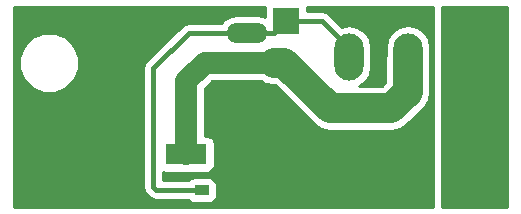
<source format=gtl>
G04 #@! TF.FileFunction,Copper,L1,Top,Signal*
%FSLAX46Y46*%
G04 Gerber Fmt 4.6, Leading zero omitted, Abs format (unit mm)*
G04 Created by KiCad (PCBNEW 4.0.1-stable) date 2016-06-23 02:02:48*
%MOMM*%
G01*
G04 APERTURE LIST*
%ADD10C,0.100000*%
%ADD11O,3.500120X1.699260*%
%ADD12R,1.200000X0.900000*%
%ADD13R,3.500120X1.800860*%
%ADD14O,2.500000X4.000000*%
%ADD15R,2.235200X2.235200*%
%ADD16C,2.540000*%
%ADD17C,1.828800*%
%ADD18C,0.406400*%
%ADD19C,1.625600*%
%ADD20C,0.254000*%
G04 APERTURE END LIST*
D10*
D11*
X136017000Y-97536000D03*
X136017000Y-100076000D03*
X136017000Y-94996000D03*
D12*
X134386500Y-108331000D03*
X132186500Y-108331000D03*
D13*
X130891280Y-105283000D03*
X135890000Y-105283000D03*
D14*
X149646000Y-105156000D03*
X154646000Y-105156000D03*
X154646000Y-97028000D03*
X149646000Y-97028000D03*
X144646000Y-97028000D03*
D15*
X139319000Y-93980000D03*
D16*
X143002000Y-101396800D02*
X148234400Y-101396800D01*
X148234400Y-101386000D02*
X149646000Y-99974400D01*
X148234400Y-101396800D02*
X149646000Y-99985200D01*
X149646000Y-99985200D02*
X149646000Y-97028000D01*
X139141200Y-97536000D02*
X143002000Y-101396800D01*
X138277600Y-97536000D02*
X139141200Y-97536000D01*
D17*
X136017000Y-97536000D02*
X138277600Y-97536000D01*
X130891280Y-99082860D02*
X132438140Y-97536000D01*
X130891280Y-105283000D02*
X130891280Y-99082860D01*
X132438140Y-97536000D02*
X136017000Y-97536000D01*
D16*
X136017000Y-100863400D02*
X140309600Y-105156000D01*
D17*
X136017000Y-100076000D02*
X136017000Y-100863400D01*
D18*
X134536500Y-108331000D02*
X135890000Y-106977500D01*
X135890000Y-106977500D02*
X135890000Y-105283000D01*
D19*
X135890000Y-105283000D02*
X140182600Y-105283000D01*
D16*
X142809600Y-105156000D02*
X149646000Y-105156000D01*
D19*
X142682600Y-105283000D02*
X142809600Y-105156000D01*
D16*
X142809600Y-105156000D02*
X140309600Y-105156000D01*
D19*
X140182600Y-105283000D02*
X140309600Y-105156000D01*
D18*
X134386500Y-108331000D02*
X134536500Y-108331000D01*
D16*
X154646000Y-105156000D02*
X154646000Y-97028000D01*
D18*
X136017000Y-94996000D02*
X138303000Y-94996000D01*
X138303000Y-94996000D02*
X139319000Y-93980000D01*
X139319000Y-93980000D02*
X142348000Y-93980000D01*
X142348000Y-93980000D02*
X144646000Y-96278000D01*
X144646000Y-96278000D02*
X144646000Y-97028000D01*
X128066800Y-108051600D02*
X128066800Y-107950000D01*
X128066800Y-107950000D02*
X128066800Y-97993200D01*
X128066800Y-106222800D02*
X128066800Y-107950000D01*
X132186500Y-108331000D02*
X128346200Y-108331000D01*
X128346200Y-108331000D02*
X128066800Y-108051600D01*
X128066800Y-97993200D02*
X131064000Y-94996000D01*
X131064000Y-94996000D02*
X136017000Y-94996000D01*
D20*
G36*
X158040000Y-109780000D02*
X152527000Y-109780000D01*
X152527000Y-92785000D01*
X158040000Y-92785000D01*
X158040000Y-109780000D01*
X158040000Y-109780000D01*
G37*
X158040000Y-109780000D02*
X152527000Y-109780000D01*
X152527000Y-92785000D01*
X158040000Y-92785000D01*
X158040000Y-109780000D01*
G36*
X137553960Y-92862400D02*
X137553960Y-93638854D01*
X137532299Y-93624381D01*
X136964156Y-93511370D01*
X135069844Y-93511370D01*
X134501701Y-93624381D01*
X134020052Y-93946208D01*
X133878671Y-94157800D01*
X131064000Y-94157800D01*
X130743235Y-94221604D01*
X130471303Y-94403303D01*
X127474103Y-97400503D01*
X127292404Y-97672434D01*
X127292404Y-97672435D01*
X127228600Y-97993200D01*
X127228600Y-108051600D01*
X127292404Y-108372366D01*
X127474103Y-108644297D01*
X127753503Y-108923697D01*
X128025434Y-109105396D01*
X128346200Y-109169200D01*
X131081716Y-109169200D01*
X131122410Y-109232441D01*
X131334610Y-109377431D01*
X131586500Y-109428440D01*
X132786500Y-109428440D01*
X133021817Y-109384162D01*
X133237941Y-109245090D01*
X133382931Y-109032890D01*
X133433940Y-108781000D01*
X133433940Y-107881000D01*
X133389662Y-107645683D01*
X133250590Y-107429559D01*
X133038390Y-107284569D01*
X132786500Y-107233560D01*
X131586500Y-107233560D01*
X131351183Y-107277838D01*
X131135059Y-107416910D01*
X131083206Y-107492800D01*
X128905000Y-107492800D01*
X128905000Y-106783034D01*
X129141220Y-106830870D01*
X130883588Y-106830870D01*
X130891280Y-106832400D01*
X130898972Y-106830870D01*
X132641340Y-106830870D01*
X132876657Y-106786592D01*
X133092781Y-106647520D01*
X133237771Y-106435320D01*
X133288780Y-106183430D01*
X133288780Y-104382570D01*
X133244502Y-104147253D01*
X133105430Y-103931129D01*
X132893230Y-103786139D01*
X132641340Y-103735130D01*
X132440680Y-103735130D01*
X132440680Y-99724642D01*
X133079923Y-99085400D01*
X137233417Y-99085400D01*
X137548588Y-99295991D01*
X138277600Y-99441000D01*
X138352124Y-99441000D01*
X141654962Y-102743839D01*
X142272988Y-103156791D01*
X143002000Y-103301800D01*
X148234400Y-103301800D01*
X148963412Y-103156791D01*
X149581438Y-102743838D01*
X150993039Y-101332238D01*
X151405991Y-100714212D01*
X151551000Y-99985200D01*
X151551000Y-97028000D01*
X151531000Y-96927453D01*
X151531000Y-96226377D01*
X151387513Y-95505019D01*
X150978896Y-94893481D01*
X150367358Y-94484864D01*
X149646000Y-94341377D01*
X148924642Y-94484864D01*
X148313104Y-94893481D01*
X147904487Y-95505019D01*
X147761000Y-96226377D01*
X147761000Y-96927453D01*
X147741000Y-97028000D01*
X147741000Y-99185323D01*
X147434524Y-99491800D01*
X145486093Y-99491800D01*
X145978896Y-99162519D01*
X146387513Y-98550981D01*
X146531000Y-97829623D01*
X146531000Y-96226377D01*
X146387513Y-95505019D01*
X145978896Y-94893481D01*
X145367358Y-94484864D01*
X144646000Y-94341377D01*
X144019408Y-94466014D01*
X142940697Y-93387303D01*
X142668766Y-93205604D01*
X142348000Y-93141800D01*
X141084040Y-93141800D01*
X141084040Y-92862400D01*
X141069476Y-92785000D01*
X151765000Y-92785000D01*
X151765000Y-109780000D01*
X116280000Y-109780000D01*
X116280000Y-98038015D01*
X116717641Y-98038015D01*
X117102746Y-98970041D01*
X117815208Y-99683748D01*
X118746561Y-100070479D01*
X119755015Y-100071359D01*
X120687041Y-99686254D01*
X121400748Y-98973792D01*
X121787479Y-98042439D01*
X121788359Y-97033985D01*
X121403254Y-96101959D01*
X120690792Y-95388252D01*
X119759439Y-95001521D01*
X118750985Y-95000641D01*
X117818959Y-95385746D01*
X117105252Y-96098208D01*
X116718521Y-97029561D01*
X116717641Y-98038015D01*
X116280000Y-98038015D01*
X116280000Y-92785000D01*
X137569634Y-92785000D01*
X137553960Y-92862400D01*
X137553960Y-92862400D01*
G37*
X137553960Y-92862400D02*
X137553960Y-93638854D01*
X137532299Y-93624381D01*
X136964156Y-93511370D01*
X135069844Y-93511370D01*
X134501701Y-93624381D01*
X134020052Y-93946208D01*
X133878671Y-94157800D01*
X131064000Y-94157800D01*
X130743235Y-94221604D01*
X130471303Y-94403303D01*
X127474103Y-97400503D01*
X127292404Y-97672434D01*
X127292404Y-97672435D01*
X127228600Y-97993200D01*
X127228600Y-108051600D01*
X127292404Y-108372366D01*
X127474103Y-108644297D01*
X127753503Y-108923697D01*
X128025434Y-109105396D01*
X128346200Y-109169200D01*
X131081716Y-109169200D01*
X131122410Y-109232441D01*
X131334610Y-109377431D01*
X131586500Y-109428440D01*
X132786500Y-109428440D01*
X133021817Y-109384162D01*
X133237941Y-109245090D01*
X133382931Y-109032890D01*
X133433940Y-108781000D01*
X133433940Y-107881000D01*
X133389662Y-107645683D01*
X133250590Y-107429559D01*
X133038390Y-107284569D01*
X132786500Y-107233560D01*
X131586500Y-107233560D01*
X131351183Y-107277838D01*
X131135059Y-107416910D01*
X131083206Y-107492800D01*
X128905000Y-107492800D01*
X128905000Y-106783034D01*
X129141220Y-106830870D01*
X130883588Y-106830870D01*
X130891280Y-106832400D01*
X130898972Y-106830870D01*
X132641340Y-106830870D01*
X132876657Y-106786592D01*
X133092781Y-106647520D01*
X133237771Y-106435320D01*
X133288780Y-106183430D01*
X133288780Y-104382570D01*
X133244502Y-104147253D01*
X133105430Y-103931129D01*
X132893230Y-103786139D01*
X132641340Y-103735130D01*
X132440680Y-103735130D01*
X132440680Y-99724642D01*
X133079923Y-99085400D01*
X137233417Y-99085400D01*
X137548588Y-99295991D01*
X138277600Y-99441000D01*
X138352124Y-99441000D01*
X141654962Y-102743839D01*
X142272988Y-103156791D01*
X143002000Y-103301800D01*
X148234400Y-103301800D01*
X148963412Y-103156791D01*
X149581438Y-102743838D01*
X150993039Y-101332238D01*
X151405991Y-100714212D01*
X151551000Y-99985200D01*
X151551000Y-97028000D01*
X151531000Y-96927453D01*
X151531000Y-96226377D01*
X151387513Y-95505019D01*
X150978896Y-94893481D01*
X150367358Y-94484864D01*
X149646000Y-94341377D01*
X148924642Y-94484864D01*
X148313104Y-94893481D01*
X147904487Y-95505019D01*
X147761000Y-96226377D01*
X147761000Y-96927453D01*
X147741000Y-97028000D01*
X147741000Y-99185323D01*
X147434524Y-99491800D01*
X145486093Y-99491800D01*
X145978896Y-99162519D01*
X146387513Y-98550981D01*
X146531000Y-97829623D01*
X146531000Y-96226377D01*
X146387513Y-95505019D01*
X145978896Y-94893481D01*
X145367358Y-94484864D01*
X144646000Y-94341377D01*
X144019408Y-94466014D01*
X142940697Y-93387303D01*
X142668766Y-93205604D01*
X142348000Y-93141800D01*
X141084040Y-93141800D01*
X141084040Y-92862400D01*
X141069476Y-92785000D01*
X151765000Y-92785000D01*
X151765000Y-109780000D01*
X116280000Y-109780000D01*
X116280000Y-98038015D01*
X116717641Y-98038015D01*
X117102746Y-98970041D01*
X117815208Y-99683748D01*
X118746561Y-100070479D01*
X119755015Y-100071359D01*
X120687041Y-99686254D01*
X121400748Y-98973792D01*
X121787479Y-98042439D01*
X121788359Y-97033985D01*
X121403254Y-96101959D01*
X120690792Y-95388252D01*
X119759439Y-95001521D01*
X118750985Y-95000641D01*
X117818959Y-95385746D01*
X117105252Y-96098208D01*
X116718521Y-97029561D01*
X116717641Y-98038015D01*
X116280000Y-98038015D01*
X116280000Y-92785000D01*
X137569634Y-92785000D01*
X137553960Y-92862400D01*
M02*

</source>
